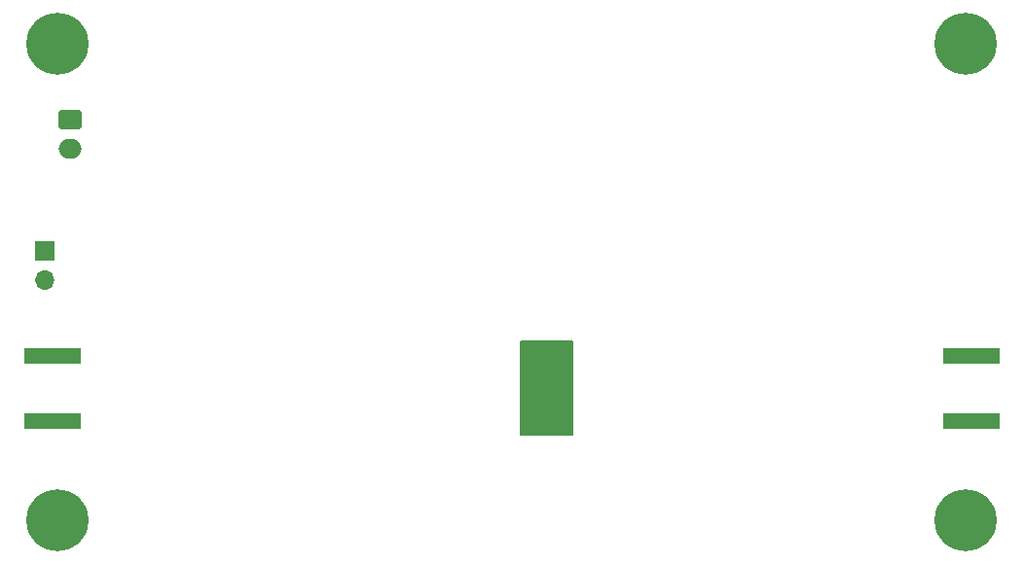
<source format=gbs>
%TF.GenerationSoftware,KiCad,Pcbnew,7.0.1*%
%TF.CreationDate,2023-07-29T01:53:36-07:00*%
%TF.ProjectId,FET_Amplifier_HW,4645545f-416d-4706-9c69-666965725f48,rev?*%
%TF.SameCoordinates,PX4b571c0PY5a995c0*%
%TF.FileFunction,Soldermask,Bot*%
%TF.FilePolarity,Negative*%
%FSLAX46Y46*%
G04 Gerber Fmt 4.6, Leading zero omitted, Abs format (unit mm)*
G04 Created by KiCad (PCBNEW 7.0.1) date 2023-07-29 01:53:36*
%MOMM*%
%LPD*%
G01*
G04 APERTURE LIST*
G04 Aperture macros list*
%AMRoundRect*
0 Rectangle with rounded corners*
0 $1 Rounding radius*
0 $2 $3 $4 $5 $6 $7 $8 $9 X,Y pos of 4 corners*
0 Add a 4 corners polygon primitive as box body*
4,1,4,$2,$3,$4,$5,$6,$7,$8,$9,$2,$3,0*
0 Add four circle primitives for the rounded corners*
1,1,$1+$1,$2,$3*
1,1,$1+$1,$4,$5*
1,1,$1+$1,$6,$7*
1,1,$1+$1,$8,$9*
0 Add four rect primitives between the rounded corners*
20,1,$1+$1,$2,$3,$4,$5,0*
20,1,$1+$1,$4,$5,$6,$7,0*
20,1,$1+$1,$6,$7,$8,$9,0*
20,1,$1+$1,$8,$9,$2,$3,0*%
G04 Aperture macros list end*
%ADD10C,0.150000*%
%ADD11R,4.900000X1.350000*%
%ADD12R,1.700000X1.700000*%
%ADD13O,1.700000X1.700000*%
%ADD14C,0.800000*%
%ADD15C,5.400000*%
%ADD16RoundRect,0.250000X-0.750000X0.600000X-0.750000X-0.600000X0.750000X-0.600000X0.750000X0.600000X0*%
%ADD17O,2.000000X1.700000*%
G04 APERTURE END LIST*
D10*
X47800000Y10500000D02*
X43300000Y10500000D01*
X43300000Y18600000D01*
X47800000Y18600000D01*
X47800000Y10500000D01*
G36*
X47800000Y10500000D02*
G01*
X43300000Y10500000D01*
X43300000Y18600000D01*
X47800000Y18600000D01*
X47800000Y10500000D01*
G37*
D11*
%TO.C,J1*%
X2550000Y17325000D03*
X2550000Y11675000D03*
%TD*%
D12*
%TO.C,J2*%
X1900000Y26475000D03*
D13*
X1900000Y23935000D03*
%TD*%
D14*
%TO.C,H4*%
X975000Y3000000D03*
X1568109Y4431891D03*
X1568109Y1568109D03*
X3000000Y5025000D03*
D15*
X3000000Y3000000D03*
D14*
X3000000Y975000D03*
X4431891Y4431891D03*
X4431891Y1568109D03*
X5025000Y3000000D03*
%TD*%
%TO.C,H1*%
X975000Y44500000D03*
X1568109Y45931891D03*
X1568109Y43068109D03*
X3000000Y46525000D03*
D15*
X3000000Y44500000D03*
D14*
X3000000Y42475000D03*
X4431891Y45931891D03*
X4431891Y43068109D03*
X5025000Y44500000D03*
%TD*%
D11*
%TO.C,J5*%
X82500000Y11675000D03*
X82500000Y17325000D03*
%TD*%
D16*
%TO.C,J3*%
X4050000Y37900000D03*
D17*
X4050000Y35400000D03*
%TD*%
D14*
%TO.C,H3*%
X79975000Y3000000D03*
X80568109Y4431891D03*
X80568109Y1568109D03*
X82000000Y5025000D03*
D15*
X82000000Y3000000D03*
D14*
X82000000Y975000D03*
X83431891Y4431891D03*
X83431891Y1568109D03*
X84025000Y3000000D03*
%TD*%
%TO.C,H2*%
X79975000Y44500000D03*
X80568109Y45931891D03*
X80568109Y43068109D03*
X82000000Y46525000D03*
D15*
X82000000Y44500000D03*
D14*
X82000000Y42475000D03*
X83431891Y45931891D03*
X83431891Y43068109D03*
X84025000Y44500000D03*
%TD*%
M02*

</source>
